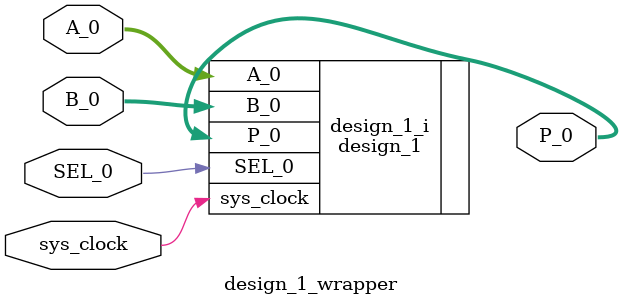
<source format=v>
`timescale 1 ps / 1 ps

module design_1_wrapper
   (A_0,
    B_0,
    P_0,
    SEL_0,
    sys_clock);
  input [7:0]A_0;
  input [7:0]B_0;
  output [47:0]P_0;
  input [0:0]SEL_0;
  input sys_clock;

  wire [7:0]A_0;
  wire [7:0]B_0;
  wire [47:0]P_0;
  wire [0:0]SEL_0;
  wire sys_clock;

  design_1 design_1_i
       (.A_0(A_0),
        .B_0(B_0),
        .P_0(P_0),
        .SEL_0(SEL_0),
        .sys_clock(sys_clock));
endmodule

</source>
